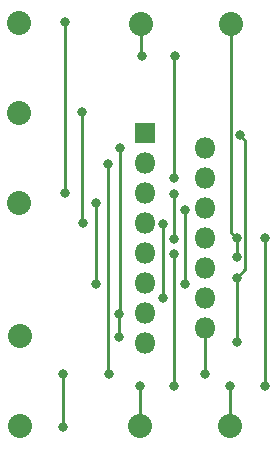
<source format=gbr>
%TF.GenerationSoftware,KiCad,Pcbnew,7.0.7*%
%TF.CreationDate,2024-04-29T21:33:31+09:00*%
%TF.ProjectId,l298n,6c323938-6e2e-46b6-9963-61645f706362,rev?*%
%TF.SameCoordinates,Original*%
%TF.FileFunction,Copper,L1,Top*%
%TF.FilePolarity,Positive*%
%FSLAX46Y46*%
G04 Gerber Fmt 4.6, Leading zero omitted, Abs format (unit mm)*
G04 Created by KiCad (PCBNEW 7.0.7) date 2024-04-29 21:33:31*
%MOMM*%
%LPD*%
G01*
G04 APERTURE LIST*
%TA.AperFunction,ComponentPad*%
%ADD10C,2.032000*%
%TD*%
%TA.AperFunction,ComponentPad*%
%ADD11R,1.800000X1.800000*%
%TD*%
%TA.AperFunction,ComponentPad*%
%ADD12O,1.800000X1.800000*%
%TD*%
%TA.AperFunction,ViaPad*%
%ADD13C,0.800000*%
%TD*%
%TA.AperFunction,Conductor*%
%ADD14C,0.250000*%
%TD*%
G04 APERTURE END LIST*
D10*
%TO.P,J4,1,1*%
%TO.N,/l298/OUT_A*%
X113089999Y-111163401D03*
%TO.P,J4,2,2*%
%TO.N,/l298/OUT_B*%
X113089999Y-118783401D03*
%TD*%
%TO.P,J3,3,3*%
%TO.N,/l298/IN1*%
X113010001Y-84606600D03*
%TO.P,J3,2,2*%
%TO.N,/l298/IN2*%
X113010001Y-92226600D03*
%TO.P,J3,1,1*%
%TO.N,/l298/Enable*%
X113010001Y-99846600D03*
%TD*%
%TO.P,J2,1,1*%
%TO.N,/l298/5V*%
X123275000Y-118740000D03*
%TO.P,J2,2,2*%
%TO.N,GND*%
X130895000Y-118740000D03*
%TD*%
%TO.P,J1,2,2*%
%TO.N,GND*%
X131008401Y-84750001D03*
%TO.P,J1,1,1*%
%TO.N,/l298/12V*%
X123388401Y-84750001D03*
%TD*%
D11*
%TO.P,U1,1,SENSE_A*%
%TO.N,/l298/SENSE*%
X123720000Y-93990000D03*
D12*
%TO.P,U1,2,OUT1*%
%TO.N,/l298/OUT_A*%
X128800000Y-95260000D03*
%TO.P,U1,3,OUT2*%
%TO.N,/l298/OUT_B*%
X123720000Y-96530000D03*
%TO.P,U1,4,Vs*%
%TO.N,/l298/12V*%
X128800000Y-97800000D03*
%TO.P,U1,5,IN1*%
%TO.N,/l298/IN1*%
X123720000Y-99070000D03*
%TO.P,U1,6,EnA*%
%TO.N,/l298/Enable*%
X128800000Y-100340000D03*
%TO.P,U1,7,IN2*%
%TO.N,/l298/IN2*%
X123720000Y-101610000D03*
%TO.P,U1,8,GND*%
%TO.N,GND*%
X128800000Y-102880000D03*
%TO.P,U1,9,Vss*%
%TO.N,/l298/5V*%
X123720000Y-104150000D03*
%TO.P,U1,10,IN3*%
%TO.N,/l298/IN1*%
X128800000Y-105420000D03*
%TO.P,U1,11,EnB*%
%TO.N,/l298/Enable*%
X123720000Y-106690000D03*
%TO.P,U1,12,IN4*%
%TO.N,/l298/IN2*%
X128800000Y-107960000D03*
%TO.P,U1,13,OUT3*%
%TO.N,/l298/OUT_A*%
X123720000Y-109230000D03*
%TO.P,U1,14,OUT4*%
%TO.N,/l298/OUT_B*%
X128800000Y-110500000D03*
%TO.P,U1,15,SENSE_B*%
%TO.N,/l298/SENSE*%
X123720000Y-111770000D03*
%TD*%
D13*
%TO.N,/l298/IN1*%
X126200000Y-102900000D03*
X126140000Y-99130000D03*
X116930000Y-99010000D03*
X116900000Y-84570000D03*
%TO.N,/l298/IN2*%
X125230000Y-107930000D03*
X125260000Y-101630000D03*
X118460000Y-101600000D03*
X118370000Y-92210000D03*
%TO.N,/l298/SENSE*%
X131732901Y-94140000D03*
X131460000Y-106185000D03*
X131530000Y-111640000D03*
%TO.N,/l298/Enable*%
X127120000Y-106740000D03*
X127120000Y-100470000D03*
X119570000Y-99890000D03*
X119570000Y-106740000D03*
%TO.N,GND*%
X131470000Y-102880000D03*
%TO.N,/l298/12V*%
X123430000Y-87400000D03*
X126180000Y-97800000D03*
X126220000Y-87460000D03*
%TO.N,GND*%
X131460000Y-104435000D03*
X133880000Y-102800000D03*
X133910000Y-115380000D03*
X130910000Y-115380000D03*
%TO.N,/l298/5V*%
X126200000Y-104180000D03*
X123300000Y-115350000D03*
X126200000Y-115410000D03*
%TO.N,/l298/OUT_A*%
X121610000Y-95260000D03*
X121520000Y-109310000D03*
X121490000Y-111210000D03*
%TO.N,/l298/OUT_B*%
X120630000Y-114370000D03*
X120600000Y-96560000D03*
X116780000Y-118860000D03*
X116750000Y-114370000D03*
X128770000Y-114370000D03*
%TD*%
D14*
%TO.N,/l298/IN1*%
X126140000Y-102840000D02*
X126200000Y-102900000D01*
X126140000Y-99130000D02*
X126140000Y-102840000D01*
X116900000Y-98980000D02*
X116930000Y-99010000D01*
X116900000Y-84570000D02*
X116900000Y-98980000D01*
%TO.N,/l298/IN2*%
X125260000Y-107900000D02*
X125230000Y-107930000D01*
X125260000Y-101630000D02*
X125260000Y-107900000D01*
X118370000Y-101510000D02*
X118460000Y-101600000D01*
X118370000Y-92210000D02*
X118370000Y-101510000D01*
%TO.N,/l298/SENSE*%
X131732901Y-94140000D02*
X132195000Y-94602099D01*
X132195000Y-94602099D02*
X132195000Y-105450000D01*
X132195000Y-105450000D02*
X131460000Y-106185000D01*
X131530000Y-106255000D02*
X131460000Y-106185000D01*
X131530000Y-111640000D02*
X131530000Y-106255000D01*
%TO.N,/l298/Enable*%
X127120000Y-106740000D02*
X127120000Y-100470000D01*
X119570000Y-99890000D02*
X119570000Y-106740000D01*
%TO.N,GND*%
X131008401Y-102418401D02*
X131470000Y-102880000D01*
X131008401Y-84750001D02*
X131008401Y-102418401D01*
%TO.N,/l298/12V*%
X123388401Y-87358401D02*
X123388401Y-84750001D01*
X123430000Y-87400000D02*
X123388401Y-87358401D01*
X126180000Y-87500000D02*
X126220000Y-87460000D01*
X126180000Y-97800000D02*
X126180000Y-87500000D01*
%TO.N,GND*%
X131470000Y-104425000D02*
X131460000Y-104435000D01*
X131470000Y-102880000D02*
X131470000Y-104425000D01*
X133910000Y-102830000D02*
X133880000Y-102800000D01*
X133910000Y-115380000D02*
X133910000Y-102830000D01*
X130895000Y-115395000D02*
X130910000Y-115380000D01*
X130895000Y-118740000D02*
X130895000Y-115395000D01*
%TO.N,/l298/5V*%
X126200000Y-115410000D02*
X126200000Y-104180000D01*
X123275000Y-115375000D02*
X123300000Y-115350000D01*
X123275000Y-118740000D02*
X123275000Y-115375000D01*
%TO.N,/l298/OUT_A*%
X121610000Y-95260000D02*
X121610000Y-109220000D01*
X121610000Y-109220000D02*
X121520000Y-109310000D01*
X121490000Y-109340000D02*
X121520000Y-109310000D01*
X121490000Y-111210000D02*
X121490000Y-109340000D01*
%TO.N,/l298/OUT_B*%
X120600000Y-114340000D02*
X120630000Y-114370000D01*
X120600000Y-96560000D02*
X120600000Y-114340000D01*
X128800000Y-114340000D02*
X128800000Y-110500000D01*
X128770000Y-114370000D02*
X128800000Y-114340000D01*
X116780000Y-114400000D02*
X116750000Y-114370000D01*
X116780000Y-118860000D02*
X116780000Y-114400000D01*
%TD*%
M02*

</source>
